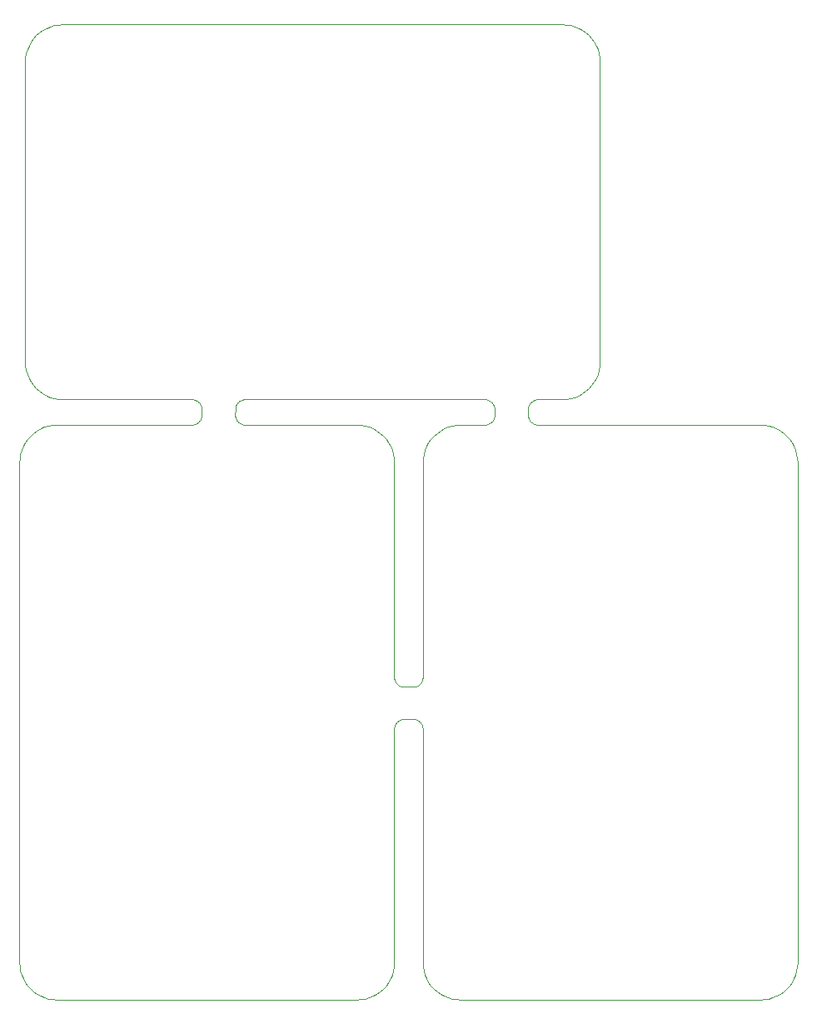
<source format=gko>
%MOIN*%
%OFA0B0*%
%FSLAX44Y44*%
%IPPOS*%
%LPD*%
%ADD10C,0*%
D10*
X00009031Y00024015D02*
X00009031Y00024015D01*
X00018617Y00024015D01*
X00018648Y00024014D01*
X00018678Y00024010D01*
X00018708Y00024005D01*
X00018738Y00023996D01*
X00018767Y00023986D01*
X00018794Y00023973D01*
X00018821Y00023958D01*
X00018847Y00023941D01*
X00018871Y00023922D01*
X00018894Y00023901D01*
X00018915Y00023879D01*
X00018934Y00023855D01*
X00018951Y00023830D01*
X00018966Y00023803D01*
X00018979Y00023775D01*
X00018990Y00023747D01*
X00018999Y00023717D01*
X00019005Y00023687D01*
X00019009Y00023657D01*
X00019011Y00023626D01*
X00019013Y00023398D01*
X00019012Y00023366D01*
X00019009Y00023336D01*
X00019003Y00023305D01*
X00018995Y00023275D01*
X00018984Y00023246D01*
X00018972Y00023217D01*
X00018957Y00023190D01*
X00018940Y00023164D01*
X00018920Y00023139D01*
X00018899Y00023116D01*
X00018877Y00023095D01*
X00018852Y00023076D01*
X00018827Y00023058D01*
X00018799Y00023043D01*
X00018771Y00023030D01*
X00018742Y00023019D01*
X00018712Y00023011D01*
X00018682Y00023004D01*
X00018651Y00023001D01*
X00018619Y00023000D01*
X00017641Y00023000D01*
X00017473Y00022990D01*
X00017307Y00022962D01*
X00017146Y00022915D01*
X00016990Y00022851D01*
X00016843Y00022770D01*
X00016706Y00022672D01*
X00016581Y00022560D01*
X00016468Y00022435D01*
X00016371Y00022298D01*
X00016290Y00022150D01*
X00016225Y00021995D01*
X00016179Y00021833D01*
X00016151Y00021667D01*
X00016141Y00021500D01*
X00016141Y00012904D01*
X00016140Y00012873D01*
X00016136Y00012843D01*
X00016130Y00012812D01*
X00016122Y00012783D01*
X00016111Y00012754D01*
X00016098Y00012726D01*
X00016083Y00012699D01*
X00016066Y00012673D01*
X00016047Y00012649D01*
X00016026Y00012626D01*
X00016004Y00012605D01*
X00015980Y00012586D01*
X00015954Y00012569D01*
X00015927Y00012554D01*
X00015899Y00012541D01*
X00015870Y00012530D01*
X00015840Y00012522D01*
X00015810Y00012515D01*
X00015780Y00012512D01*
X00015749Y00012510D01*
X00015394Y00012509D01*
X00015364Y00012510D01*
X00015333Y00012514D01*
X00015302Y00012520D01*
X00015272Y00012528D01*
X00015243Y00012539D01*
X00015215Y00012552D01*
X00015188Y00012567D01*
X00015162Y00012584D01*
X00015138Y00012603D01*
X00015115Y00012624D01*
X00015094Y00012647D01*
X00015075Y00012671D01*
X00015058Y00012697D01*
X00015043Y00012724D01*
X00015030Y00012752D01*
X00015019Y00012781D01*
X00015010Y00012811D01*
X00015004Y00012841D01*
X00015001Y00012872D01*
X00015000Y00012903D01*
X00015000Y00021500D01*
X00014990Y00021667D01*
X00014962Y00021833D01*
X00014915Y00021995D01*
X00014851Y00022150D01*
X00014770Y00022298D01*
X00014672Y00022435D01*
X00014560Y00022560D01*
X00014435Y00022672D01*
X00014298Y00022770D01*
X00014150Y00022851D01*
X00013995Y00022915D01*
X00013833Y00022962D01*
X00013667Y00022990D01*
X00013500Y00023000D01*
X00009026Y00023000D01*
X00008994Y00023001D01*
X00008963Y00023005D01*
X00008932Y00023011D01*
X00008902Y00023019D01*
X00008873Y00023030D01*
X00008844Y00023044D01*
X00008817Y00023059D01*
X00008791Y00023077D01*
X00008767Y00023097D01*
X00008744Y00023118D01*
X00008723Y00023142D01*
X00008704Y00023167D01*
X00008687Y00023193D01*
X00008672Y00023221D01*
X00008659Y00023249D01*
X00008649Y00023279D01*
X00008641Y00023309D01*
X00008635Y00023340D01*
X00008632Y00023372D01*
X00008632Y00023403D01*
X00008638Y00023631D01*
X00008640Y00023662D01*
X00008644Y00023692D01*
X00008650Y00023721D01*
X00008659Y00023751D01*
X00008670Y00023779D01*
X00008684Y00023806D01*
X00008699Y00023833D01*
X00008716Y00023858D01*
X00008735Y00023881D01*
X00008756Y00023903D01*
X00008779Y00023924D01*
X00008803Y00023942D01*
X00008828Y00023959D01*
X00008855Y00023974D01*
X00008883Y00023986D01*
X00008911Y00023997D01*
X00008941Y00024005D01*
X00008971Y00024011D01*
X00009001Y00024014D01*
X00009031Y00024015D01*
X00020752Y00024015D02*
X00020752Y00024015D01*
X00021728Y00024015D01*
X00021896Y00024025D01*
X00022062Y00024053D01*
X00022223Y00024099D01*
X00022379Y00024164D01*
X00022526Y00024245D01*
X00022663Y00024343D01*
X00022789Y00024455D01*
X00022901Y00024580D01*
X00022998Y00024717D01*
X00023079Y00024864D01*
X00023144Y00025020D01*
X00023190Y00025181D01*
X00023218Y00025347D01*
X00023228Y00025515D01*
X00023228Y00037515D01*
X00023218Y00037683D01*
X00023190Y00037849D01*
X00023144Y00038011D01*
X00023079Y00038166D01*
X00022998Y00038313D01*
X00022901Y00038450D01*
X00022789Y00038576D01*
X00022663Y00038688D01*
X00022526Y00038785D01*
X00022379Y00038867D01*
X00022223Y00038931D01*
X00022062Y00038978D01*
X00021896Y00039006D01*
X00021728Y00039015D01*
X00001728Y00039015D01*
X00001560Y00039006D01*
X00001394Y00038978D01*
X00001232Y00038931D01*
X00001077Y00038867D01*
X00000930Y00038785D01*
X00000793Y00038688D01*
X00000667Y00038576D01*
X00000555Y00038450D01*
X00000458Y00038313D01*
X00000376Y00038166D01*
X00000312Y00038011D01*
X00000265Y00037849D01*
X00000237Y00037683D01*
X00000228Y00037515D01*
X00000228Y00025515D01*
X00000237Y00025347D01*
X00000265Y00025181D01*
X00000312Y00025020D01*
X00000376Y00024864D01*
X00000458Y00024717D01*
X00000555Y00024580D01*
X00000667Y00024455D01*
X00000793Y00024343D01*
X00000930Y00024245D01*
X00001077Y00024164D01*
X00001232Y00024099D01*
X00001394Y00024053D01*
X00001560Y00024025D01*
X00001728Y00024015D01*
X00006893Y00024015D01*
X00006923Y00024014D01*
X00006954Y00024011D01*
X00006983Y00024005D01*
X00007013Y00023997D01*
X00007041Y00023986D01*
X00007069Y00023974D01*
X00007096Y00023959D01*
X00007121Y00023942D01*
X00007145Y00023924D01*
X00007168Y00023903D01*
X00007189Y00023881D01*
X00007208Y00023858D01*
X00007225Y00023833D01*
X00007241Y00023806D01*
X00007254Y00023779D01*
X00007265Y00023751D01*
X00007274Y00023721D01*
X00007280Y00023692D01*
X00007285Y00023662D01*
X00007287Y00023631D01*
X00007292Y00023403D01*
X00007292Y00023372D01*
X00007289Y00023340D01*
X00007283Y00023309D01*
X00007275Y00023279D01*
X00007265Y00023249D01*
X00007252Y00023221D01*
X00007238Y00023193D01*
X00007220Y00023167D01*
X00007201Y00023142D01*
X00007180Y00023118D01*
X00007158Y00023097D01*
X00007133Y00023077D01*
X00007107Y00023059D01*
X00007080Y00023044D01*
X00007051Y00023030D01*
X00007022Y00023019D01*
X00006992Y00023011D01*
X00006961Y00023005D01*
X00006930Y00023001D01*
X00006899Y00023000D01*
X00001500Y00023000D01*
X00001332Y00022990D01*
X00001166Y00022962D01*
X00001004Y00022915D01*
X00000849Y00022851D01*
X00000701Y00022770D01*
X00000564Y00022672D01*
X00000439Y00022560D01*
X00000327Y00022435D01*
X00000229Y00022298D01*
X00000148Y00022150D01*
X00000084Y00021995D01*
X00000037Y00021833D01*
X00000009Y00021667D01*
X00000000Y00021500D01*
X00000000Y00001499D01*
X00000009Y00001332D01*
X00000037Y00001166D01*
X00000084Y00001004D01*
X00000148Y00000849D01*
X00000229Y00000701D01*
X00000327Y00000564D01*
X00000439Y00000439D01*
X00000564Y00000327D01*
X00000701Y00000229D01*
X00000849Y00000148D01*
X00001004Y00000084D01*
X00001166Y00000037D01*
X00001332Y00000009D01*
X00001500Y00000000D01*
X00013500Y00000000D01*
X00013667Y00000009D01*
X00013833Y00000037D01*
X00013995Y00000084D01*
X00014150Y00000148D01*
X00014298Y00000229D01*
X00014435Y00000327D01*
X00014560Y00000439D01*
X00014672Y00000564D01*
X00014770Y00000701D01*
X00014851Y00000849D01*
X00014915Y00001004D01*
X00014962Y00001166D01*
X00014990Y00001332D01*
X00015000Y00001499D01*
X00015000Y00010836D01*
X00015001Y00010867D01*
X00015004Y00010898D01*
X00015010Y00010928D01*
X00015019Y00010958D01*
X00015030Y00010987D01*
X00015043Y00011015D01*
X00015058Y00011042D01*
X00015075Y00011068D01*
X00015094Y00011092D01*
X00015115Y00011115D01*
X00015138Y00011136D01*
X00015162Y00011155D01*
X00015188Y00011172D01*
X00015215Y00011187D01*
X00015243Y00011200D01*
X00015272Y00011211D01*
X00015302Y00011219D01*
X00015333Y00011225D01*
X00015364Y00011229D01*
X00015394Y00011230D01*
X00015749Y00011229D01*
X00015780Y00011227D01*
X00015810Y00011224D01*
X00015840Y00011218D01*
X00015870Y00011209D01*
X00015899Y00011198D01*
X00015927Y00011185D01*
X00015954Y00011170D01*
X00015980Y00011153D01*
X00016004Y00011134D01*
X00016026Y00011113D01*
X00016047Y00011090D01*
X00016066Y00011066D01*
X00016083Y00011040D01*
X00016098Y00011013D01*
X00016111Y00010985D01*
X00016122Y00010956D01*
X00016130Y00010927D01*
X00016136Y00010896D01*
X00016140Y00010866D01*
X00016141Y00010835D01*
X00016141Y00001499D01*
X00016151Y00001332D01*
X00016179Y00001166D01*
X00016225Y00001004D01*
X00016290Y00000849D01*
X00016371Y00000701D01*
X00016468Y00000564D01*
X00016581Y00000439D01*
X00016706Y00000327D01*
X00016843Y00000229D01*
X00016990Y00000148D01*
X00017146Y00000084D01*
X00017307Y00000037D01*
X00017473Y00000009D01*
X00017641Y00000000D01*
X00029641Y00000000D01*
X00029809Y00000009D01*
X00029975Y00000037D01*
X00030137Y00000084D01*
X00030292Y00000148D01*
X00030439Y00000229D01*
X00030576Y00000327D01*
X00030702Y00000439D01*
X00030814Y00000564D01*
X00030911Y00000701D01*
X00030993Y00000849D01*
X00031057Y00001004D01*
X00031104Y00001166D01*
X00031132Y00001332D01*
X00031141Y00001499D01*
X00031141Y00021500D01*
X00031132Y00021667D01*
X00031104Y00021833D01*
X00031057Y00021995D01*
X00030993Y00022150D01*
X00030911Y00022298D01*
X00030814Y00022435D01*
X00030702Y00022560D01*
X00030576Y00022672D01*
X00030439Y00022770D01*
X00030292Y00022851D01*
X00030137Y00022915D01*
X00029975Y00022962D01*
X00029809Y00022990D01*
X00029641Y00023000D01*
X00020750Y00023000D01*
X00020718Y00023001D01*
X00020688Y00023004D01*
X00020657Y00023011D01*
X00020627Y00023019D01*
X00020598Y00023030D01*
X00020570Y00023043D01*
X00020543Y00023058D01*
X00020517Y00023076D01*
X00020492Y00023095D01*
X00020470Y00023116D01*
X00020449Y00023139D01*
X00020430Y00023164D01*
X00020412Y00023190D01*
X00020397Y00023217D01*
X00020385Y00023246D01*
X00020374Y00023275D01*
X00020366Y00023305D01*
X00020360Y00023336D01*
X00020357Y00023366D01*
X00020356Y00023398D01*
X00020358Y00023626D01*
X00020360Y00023657D01*
X00020364Y00023687D01*
X00020370Y00023717D01*
X00020379Y00023747D01*
X00020390Y00023775D01*
X00020403Y00023803D01*
X00020418Y00023830D01*
X00020435Y00023855D01*
X00020454Y00023879D01*
X00020475Y00023901D01*
X00020498Y00023922D01*
X00020522Y00023941D01*
X00020548Y00023958D01*
X00020575Y00023973D01*
X00020602Y00023986D01*
X00020631Y00023996D01*
X00020661Y00024005D01*
X00020691Y00024010D01*
X00020721Y00024014D01*
X00020752Y00024015D01*
M02*
</source>
